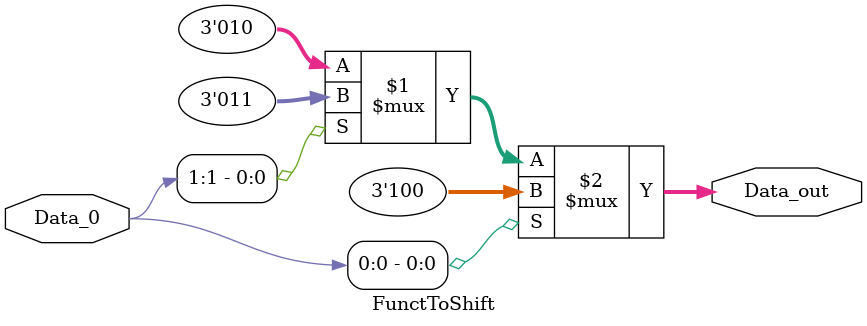
<source format=v>
module FunctToShift (
	input wire [5:0] Data_0,
	output wire [2:0] Data_out
);

//000 faz nada
//001 load no registrador: deve ser um sinal de controle
//010 shift a esquerda n vezes sll -> 0000 00
													//  01
//011 shift a direita logico n vezes srl -> 0000 10
//100 shift a direita aritmetico n vezes sra -> 0000 11
//101 rotação a direita n vezes -> n tem na especificação
//110 rotação a esquerda n vezes -> n tem na especificação

// sllv	000100 
// sll 	000000 
// srl	000010 
// sra	000011 ok
// srav	000111 ok
// sllm (opcode)

	assign Data_out = (Data_0[0]) ? 3'b100 : (Data_0[1] ? 3'b011 : 3'b010);
	

endmodule 
</source>
